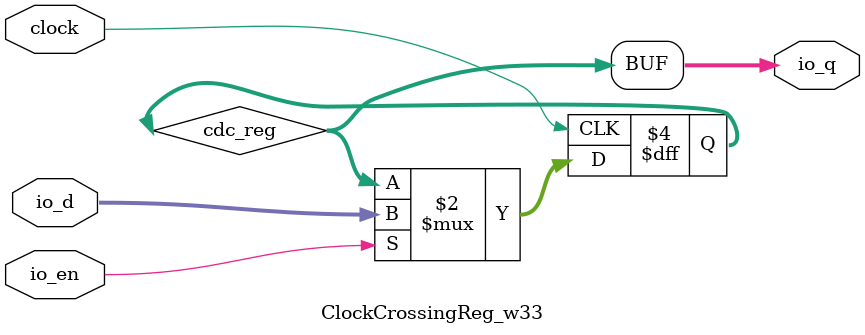
<source format=sv>
`ifndef RANDOMIZE
  `ifdef RANDOMIZE_MEM_INIT
    `define RANDOMIZE
  `endif // RANDOMIZE_MEM_INIT
`endif // not def RANDOMIZE
`ifndef RANDOMIZE
  `ifdef RANDOMIZE_REG_INIT
    `define RANDOMIZE
  `endif // RANDOMIZE_REG_INIT
`endif // not def RANDOMIZE

`ifndef RANDOM
  `define RANDOM $random
`endif // not def RANDOM

// Users can define INIT_RANDOM as general code that gets injected into the
// initializer block for modules with registers.
`ifndef INIT_RANDOM
  `define INIT_RANDOM
`endif // not def INIT_RANDOM

// If using random initialization, you can also define RANDOMIZE_DELAY to
// customize the delay used, otherwise 0.002 is used.
`ifndef RANDOMIZE_DELAY
  `define RANDOMIZE_DELAY 0.002
`endif // not def RANDOMIZE_DELAY

// Define INIT_RANDOM_PROLOG_ for use in our modules below.
`ifndef INIT_RANDOM_PROLOG_
  `ifdef RANDOMIZE
    `ifdef VERILATOR
      `define INIT_RANDOM_PROLOG_ `INIT_RANDOM
    `else  // VERILATOR
      `define INIT_RANDOM_PROLOG_ `INIT_RANDOM #`RANDOMIZE_DELAY begin end
    `endif // VERILATOR
  `else  // RANDOMIZE
    `define INIT_RANDOM_PROLOG_
  `endif // RANDOMIZE
`endif // not def INIT_RANDOM_PROLOG_

// Include register initializers in init blocks unless synthesis is set
`ifndef SYNTHESIS
  `ifndef ENABLE_INITIAL_REG_
    `define ENABLE_INITIAL_REG_
  `endif // not def ENABLE_INITIAL_REG_
`endif // not def SYNTHESIS

// Include rmemory initializers in init blocks unless synthesis is set
`ifndef SYNTHESIS
  `ifndef ENABLE_INITIAL_MEM_
    `define ENABLE_INITIAL_MEM_
  `endif // not def ENABLE_INITIAL_MEM_
`endif // not def SYNTHESIS

// Standard header to adapt well known macros for prints and assertions.

// Users can define 'PRINTF_COND' to add an extra gate to prints.
`ifndef PRINTF_COND_
  `ifdef PRINTF_COND
    `define PRINTF_COND_ (`PRINTF_COND)
  `else  // PRINTF_COND
    `define PRINTF_COND_ 1
  `endif // PRINTF_COND
`endif // not def PRINTF_COND_

// Users can define 'ASSERT_VERBOSE_COND' to add an extra gate to assert error printing.
`ifndef ASSERT_VERBOSE_COND_
  `ifdef ASSERT_VERBOSE_COND
    `define ASSERT_VERBOSE_COND_ (`ASSERT_VERBOSE_COND)
  `else  // ASSERT_VERBOSE_COND
    `define ASSERT_VERBOSE_COND_ 1
  `endif // ASSERT_VERBOSE_COND
`endif // not def ASSERT_VERBOSE_COND_

// Users can define 'STOP_COND' to add an extra gate to stop conditions.
`ifndef STOP_COND_
  `ifdef STOP_COND
    `define STOP_COND_ (`STOP_COND)
  `else  // STOP_COND
    `define STOP_COND_ 1
  `endif // STOP_COND
`endif // not def STOP_COND_

module ClockCrossingReg_w33(
  input         clock,
  input  [32:0] io_d,	// @[generators/rocket-chip/src/main/scala/util/SynchronizerReg.scala:195:14]
  output [32:0] io_q,	// @[generators/rocket-chip/src/main/scala/util/SynchronizerReg.scala:195:14]
  input         io_en	// @[generators/rocket-chip/src/main/scala/util/SynchronizerReg.scala:195:14]
);

  reg [32:0] cdc_reg;	// @[generators/rocket-chip/src/main/scala/util/SynchronizerReg.scala:201:76]
  always @(posedge clock) begin
    if (io_en)	// @[generators/rocket-chip/src/main/scala/util/SynchronizerReg.scala:195:14]
      cdc_reg <= io_d;	// @[generators/rocket-chip/src/main/scala/util/SynchronizerReg.scala:201:76]
  end // always @(posedge)
  `ifdef ENABLE_INITIAL_REG_
    `ifdef FIRRTL_BEFORE_INITIAL
      `FIRRTL_BEFORE_INITIAL
    `endif // FIRRTL_BEFORE_INITIAL
    logic [31:0] _RANDOM[0:1];
    initial begin
      `ifdef INIT_RANDOM_PROLOG_
        `INIT_RANDOM_PROLOG_
      `endif // INIT_RANDOM_PROLOG_
      `ifdef RANDOMIZE_REG_INIT
        for (logic [1:0] i = 2'h0; i < 2'h2; i += 2'h1) begin
          _RANDOM[i[0]] = `RANDOM;
        end
        cdc_reg = {_RANDOM[1'h0], _RANDOM[1'h1][0]};	// @[generators/rocket-chip/src/main/scala/util/SynchronizerReg.scala:201:76]
      `endif // RANDOMIZE_REG_INIT
    end // initial
    `ifdef FIRRTL_AFTER_INITIAL
      `FIRRTL_AFTER_INITIAL
    `endif // FIRRTL_AFTER_INITIAL
  `endif // ENABLE_INITIAL_REG_
  assign io_q = cdc_reg;	// @[generators/rocket-chip/src/main/scala/util/SynchronizerReg.scala:201:76]
endmodule


</source>
